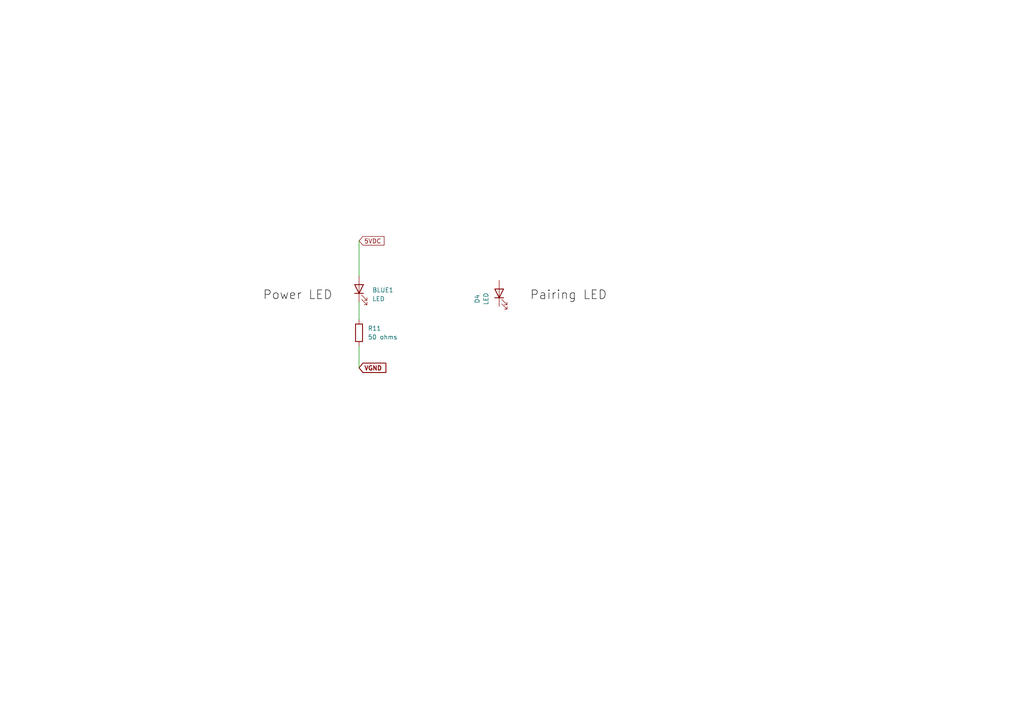
<source format=kicad_sch>
(kicad_sch
	(version 20231120)
	(generator "eeschema")
	(generator_version "8.0")
	(uuid "5b04453f-8d23-472b-9f43-0022b9c1efb6")
	(paper "A4")
	(title_block
		(title "Main Bluetooth Speaker")
		(date "2024-09-06")
		(rev "A")
		(company "Synergy Electronics")
	)
	(lib_symbols
		(symbol "Device:LED"
			(pin_numbers hide)
			(pin_names
				(offset 1.016) hide)
			(exclude_from_sim no)
			(in_bom yes)
			(on_board yes)
			(property "Reference" "D"
				(at 0 2.54 0)
				(effects
					(font
						(size 1.27 1.27)
					)
				)
			)
			(property "Value" "LED"
				(at 0 -2.54 0)
				(effects
					(font
						(size 1.27 1.27)
					)
				)
			)
			(property "Footprint" ""
				(at 0 0 0)
				(effects
					(font
						(size 1.27 1.27)
					)
					(hide yes)
				)
			)
			(property "Datasheet" "~"
				(at 0 0 0)
				(effects
					(font
						(size 1.27 1.27)
					)
					(hide yes)
				)
			)
			(property "Description" "Light emitting diode"
				(at 0 0 0)
				(effects
					(font
						(size 1.27 1.27)
					)
					(hide yes)
				)
			)
			(property "ki_keywords" "LED diode"
				(at 0 0 0)
				(effects
					(font
						(size 1.27 1.27)
					)
					(hide yes)
				)
			)
			(property "ki_fp_filters" "LED* LED_SMD:* LED_THT:*"
				(at 0 0 0)
				(effects
					(font
						(size 1.27 1.27)
					)
					(hide yes)
				)
			)
			(symbol "LED_0_1"
				(polyline
					(pts
						(xy -1.27 -1.27) (xy -1.27 1.27)
					)
					(stroke
						(width 0.254)
						(type default)
					)
					(fill
						(type none)
					)
				)
				(polyline
					(pts
						(xy -1.27 0) (xy 1.27 0)
					)
					(stroke
						(width 0)
						(type default)
					)
					(fill
						(type none)
					)
				)
				(polyline
					(pts
						(xy 1.27 -1.27) (xy 1.27 1.27) (xy -1.27 0) (xy 1.27 -1.27)
					)
					(stroke
						(width 0.254)
						(type default)
					)
					(fill
						(type none)
					)
				)
				(polyline
					(pts
						(xy -3.048 -0.762) (xy -4.572 -2.286) (xy -3.81 -2.286) (xy -4.572 -2.286) (xy -4.572 -1.524)
					)
					(stroke
						(width 0)
						(type default)
					)
					(fill
						(type none)
					)
				)
				(polyline
					(pts
						(xy -1.778 -0.762) (xy -3.302 -2.286) (xy -2.54 -2.286) (xy -3.302 -2.286) (xy -3.302 -1.524)
					)
					(stroke
						(width 0)
						(type default)
					)
					(fill
						(type none)
					)
				)
			)
			(symbol "LED_1_1"
				(pin passive line
					(at -3.81 0 0)
					(length 2.54)
					(name "K"
						(effects
							(font
								(size 1.27 1.27)
							)
						)
					)
					(number "1"
						(effects
							(font
								(size 1.27 1.27)
							)
						)
					)
				)
				(pin passive line
					(at 3.81 0 180)
					(length 2.54)
					(name "A"
						(effects
							(font
								(size 1.27 1.27)
							)
						)
					)
					(number "2"
						(effects
							(font
								(size 1.27 1.27)
							)
						)
					)
				)
			)
		)
		(symbol "Device:R"
			(pin_numbers hide)
			(pin_names
				(offset 0)
			)
			(exclude_from_sim no)
			(in_bom yes)
			(on_board yes)
			(property "Reference" "R"
				(at 2.032 0 90)
				(effects
					(font
						(size 1.27 1.27)
					)
				)
			)
			(property "Value" "R"
				(at 0 0 90)
				(effects
					(font
						(size 1.27 1.27)
					)
				)
			)
			(property "Footprint" ""
				(at -1.778 0 90)
				(effects
					(font
						(size 1.27 1.27)
					)
					(hide yes)
				)
			)
			(property "Datasheet" "~"
				(at 0 0 0)
				(effects
					(font
						(size 1.27 1.27)
					)
					(hide yes)
				)
			)
			(property "Description" "Resistor"
				(at 0 0 0)
				(effects
					(font
						(size 1.27 1.27)
					)
					(hide yes)
				)
			)
			(property "ki_keywords" "R res resistor"
				(at 0 0 0)
				(effects
					(font
						(size 1.27 1.27)
					)
					(hide yes)
				)
			)
			(property "ki_fp_filters" "R_*"
				(at 0 0 0)
				(effects
					(font
						(size 1.27 1.27)
					)
					(hide yes)
				)
			)
			(symbol "R_0_1"
				(rectangle
					(start -1.016 -2.54)
					(end 1.016 2.54)
					(stroke
						(width 0.254)
						(type default)
					)
					(fill
						(type none)
					)
				)
			)
			(symbol "R_1_1"
				(pin passive line
					(at 0 3.81 270)
					(length 1.27)
					(name "~"
						(effects
							(font
								(size 1.27 1.27)
							)
						)
					)
					(number "1"
						(effects
							(font
								(size 1.27 1.27)
							)
						)
					)
				)
				(pin passive line
					(at 0 -3.81 90)
					(length 1.27)
					(name "~"
						(effects
							(font
								(size 1.27 1.27)
							)
						)
					)
					(number "2"
						(effects
							(font
								(size 1.27 1.27)
							)
						)
					)
				)
			)
		)
	)
	(wire
		(pts
			(xy 104.14 100.33) (xy 104.14 106.68)
		)
		(stroke
			(width 0)
			(type default)
		)
		(uuid "0c9a0624-15eb-4fcc-b397-d5ec5ab70783")
	)
	(wire
		(pts
			(xy 104.14 87.63) (xy 104.14 92.71)
		)
		(stroke
			(width 0)
			(type default)
		)
		(uuid "785e67fc-6f6c-4e04-8597-ca54dd531597")
	)
	(wire
		(pts
			(xy 104.14 69.85) (xy 104.14 80.01)
		)
		(stroke
			(width 0)
			(type default)
		)
		(uuid "ba75f096-18fe-4cd6-826a-5249924dad57")
	)
	(label "Pairing LED"
		(at 153.67 87.63 0)
		(fields_autoplaced yes)
		(effects
			(font
				(size 2.54 2.54)
			)
			(justify left bottom)
		)
		(uuid "7179ee44-7a0e-4b90-a027-2d2affbd0594")
	)
	(label "Power LED"
		(at 76.2 87.63 0)
		(fields_autoplaced yes)
		(effects
			(font
				(size 2.54 2.54)
			)
			(justify left bottom)
		)
		(uuid "79ebdce2-2f29-457e-93d7-160322be1308")
	)
	(global_label "VGND"
		(shape input)
		(at 104.14 106.68 0)
		(fields_autoplaced yes)
		(effects
			(font
				(size 1.27 1.27)
				(thickness 0.254)
				(bold yes)
			)
			(justify left)
		)
		(uuid "780b3e60-699b-4117-993b-9c084ba2dccc")
		(property "Intersheetrefs" "${INTERSHEET_REFS}"
			(at 112.5603 106.68 0)
			(effects
				(font
					(size 1.27 1.27)
				)
				(justify left)
				(hide yes)
			)
		)
	)
	(global_label "5VDC"
		(shape input)
		(at 104.14 69.85 0)
		(fields_autoplaced yes)
		(effects
			(font
				(size 1.27 1.27)
			)
			(justify left)
		)
		(uuid "fa0e13ea-dabd-4a30-8da5-7da736a13d35")
		(property "Intersheetrefs" "${INTERSHEET_REFS}"
			(at 111.9633 69.85 0)
			(effects
				(font
					(size 1.27 1.27)
				)
				(justify left)
				(hide yes)
			)
		)
	)
	(symbol
		(lib_id "Device:R")
		(at 104.14 96.52 0)
		(unit 1)
		(exclude_from_sim no)
		(in_bom yes)
		(on_board yes)
		(dnp no)
		(fields_autoplaced yes)
		(uuid "17b55027-71d3-4657-b047-32e9630a6115")
		(property "Reference" "R11"
			(at 106.68 95.2499 0)
			(effects
				(font
					(size 1.27 1.27)
				)
				(justify left)
			)
		)
		(property "Value" "50 ohms"
			(at 106.68 97.7899 0)
			(effects
				(font
					(size 1.27 1.27)
				)
				(justify left)
			)
		)
		(property "Footprint" ""
			(at 102.362 96.52 90)
			(effects
				(font
					(size 1.27 1.27)
				)
				(hide yes)
			)
		)
		(property "Datasheet" "~"
			(at 104.14 96.52 0)
			(effects
				(font
					(size 1.27 1.27)
				)
				(hide yes)
			)
		)
		(property "Description" "Resistor"
			(at 104.14 96.52 0)
			(effects
				(font
					(size 1.27 1.27)
				)
				(hide yes)
			)
		)
		(pin "2"
			(uuid "43c6a470-a109-409f-8b47-12ef6c08a1db")
		)
		(pin "1"
			(uuid "67d5d47b-485a-440a-b0ea-36f7ba2210bd")
		)
		(instances
			(project ""
				(path "/6d945755-609b-486d-b2f3-c6d7455285fb/a8f5ac9c-dd92-4b17-a080-77dd2f2338db"
					(reference "R11")
					(unit 1)
				)
			)
		)
	)
	(symbol
		(lib_id "Device:LED")
		(at 144.78 85.09 90)
		(unit 1)
		(exclude_from_sim no)
		(in_bom yes)
		(on_board yes)
		(dnp no)
		(uuid "24feab70-e41b-4ba9-acf5-19079dc5888c")
		(property "Reference" "D4"
			(at 138.43 86.6775 0)
			(effects
				(font
					(size 1.27 1.27)
				)
			)
		)
		(property "Value" "LED"
			(at 140.97 86.6775 0)
			(effects
				(font
					(size 1.27 1.27)
				)
			)
		)
		(property "Footprint" ""
			(at 144.78 85.09 0)
			(effects
				(font
					(size 1.27 1.27)
				)
				(hide yes)
			)
		)
		(property "Datasheet" "~"
			(at 144.78 85.09 0)
			(effects
				(font
					(size 1.27 1.27)
				)
				(hide yes)
			)
		)
		(property "Description" "Light emitting diode"
			(at 144.78 85.09 0)
			(effects
				(font
					(size 1.27 1.27)
				)
				(hide yes)
			)
		)
		(pin "1"
			(uuid "5aa148af-a922-4a4a-ae5f-4c9d9755b825")
		)
		(pin "2"
			(uuid "af341027-9051-4ad7-a9b3-16acc761786c")
		)
		(instances
			(project "Senior Design"
				(path "/6d945755-609b-486d-b2f3-c6d7455285fb/a8f5ac9c-dd92-4b17-a080-77dd2f2338db"
					(reference "D4")
					(unit 1)
				)
			)
		)
	)
	(symbol
		(lib_id "Device:LED")
		(at 104.14 83.82 90)
		(unit 1)
		(exclude_from_sim no)
		(in_bom yes)
		(on_board yes)
		(dnp no)
		(fields_autoplaced yes)
		(uuid "2a160d88-7f8b-48d9-8ef3-d6af5b04b71e")
		(property "Reference" "BLUE1"
			(at 107.95 84.1374 90)
			(effects
				(font
					(size 1.27 1.27)
				)
				(justify right)
			)
		)
		(property "Value" "LED"
			(at 107.95 86.6774 90)
			(effects
				(font
					(size 1.27 1.27)
				)
				(justify right)
			)
		)
		(property "Footprint" ""
			(at 104.14 83.82 0)
			(effects
				(font
					(size 1.27 1.27)
				)
				(hide yes)
			)
		)
		(property "Datasheet" "~"
			(at 104.14 83.82 0)
			(effects
				(font
					(size 1.27 1.27)
				)
				(hide yes)
			)
		)
		(property "Description" "Light emitting diode"
			(at 104.14 83.82 0)
			(effects
				(font
					(size 1.27 1.27)
				)
				(hide yes)
			)
		)
		(pin "1"
			(uuid "96697b50-095f-4d8b-940e-a55a69847b09")
		)
		(pin "2"
			(uuid "fcc650ae-4f35-4472-84ef-333e2ddf97f1")
		)
		(instances
			(project ""
				(path "/6d945755-609b-486d-b2f3-c6d7455285fb/a8f5ac9c-dd92-4b17-a080-77dd2f2338db"
					(reference "BLUE1")
					(unit 1)
				)
			)
		)
	)
)

</source>
